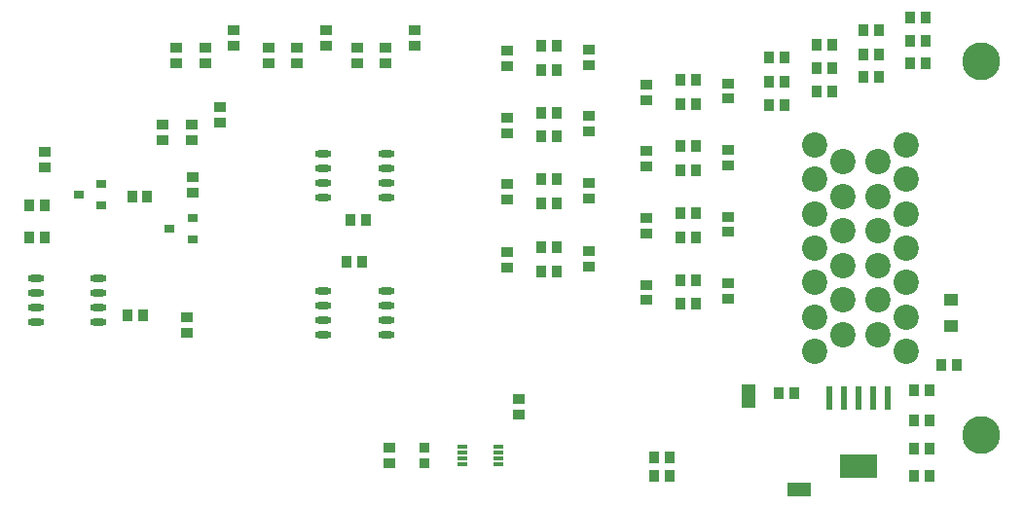
<source format=gbr>
%TF.GenerationSoftware,Altium Limited,Altium Designer,19.0.10 (269)*%
G04 Layer_Color=255*
%FSLAX26Y26*%
%MOIN*%
%TF.FileFunction,Pads,Bot*%
%TF.Part,Single*%
G01*
G75*
%TA.AperFunction,SMDPad,CuDef*%
%ADD10R,0.039370X0.035433*%
%ADD11R,0.037402X0.033465*%
%ADD15O,0.057087X0.023622*%
%ADD16R,0.035433X0.039370*%
%ADD17R,0.035433X0.031496*%
%ADD19R,0.051181X0.043307*%
%ADD21R,0.080709X0.045276*%
%ADD22R,0.045276X0.080709*%
%ADD25R,0.023622X0.082677*%
%ADD26R,0.125984X0.082677*%
%TA.AperFunction,ComponentPad*%
%ADD34C,0.129921*%
%ADD35C,0.086614*%
%TA.AperFunction,SMDPad,CuDef*%
%ADD37R,0.035433X0.011811*%
D10*
X1157480Y1118393D02*
D03*
Y1065244D02*
D03*
X1832677Y191437D02*
D03*
Y138287D02*
D03*
X652559Y1205709D02*
D03*
Y1152559D02*
D03*
X1200787Y1562008D02*
D03*
Y1508858D02*
D03*
X1153543Y1298228D02*
D03*
Y1245079D02*
D03*
X1515748Y1562008D02*
D03*
Y1508858D02*
D03*
X1818898Y1562008D02*
D03*
Y1508858D02*
D03*
X1299213Y1621063D02*
D03*
Y1567913D02*
D03*
X1251968Y1357284D02*
D03*
Y1304134D02*
D03*
X1614173Y1621063D02*
D03*
Y1567913D02*
D03*
X1917323Y1621063D02*
D03*
Y1567913D02*
D03*
X1102362Y1508858D02*
D03*
Y1562008D02*
D03*
X1055118Y1245079D02*
D03*
Y1298228D02*
D03*
X1417323Y1508858D02*
D03*
Y1562008D02*
D03*
X1720472Y1508858D02*
D03*
Y1562008D02*
D03*
X1139764Y583719D02*
D03*
Y636869D02*
D03*
X2711614Y1382874D02*
D03*
Y1436024D02*
D03*
X2991142Y1386811D02*
D03*
Y1439961D02*
D03*
X2711614Y696850D02*
D03*
Y750000D02*
D03*
X2991142Y700787D02*
D03*
Y753937D02*
D03*
X2712598Y1154527D02*
D03*
Y1207677D02*
D03*
X2992126Y1158465D02*
D03*
Y1211614D02*
D03*
X2236220Y807087D02*
D03*
Y860236D02*
D03*
X2515748Y811024D02*
D03*
Y864173D02*
D03*
X2236220Y1499016D02*
D03*
Y1552165D02*
D03*
X2515748Y1502953D02*
D03*
Y1556102D02*
D03*
X2236220Y1269685D02*
D03*
Y1322835D02*
D03*
X2515748Y1273622D02*
D03*
Y1326772D02*
D03*
X2711614Y926181D02*
D03*
Y979331D02*
D03*
X2991142Y930118D02*
D03*
Y983268D02*
D03*
X2236220Y1042323D02*
D03*
Y1095472D02*
D03*
X2515748Y1046260D02*
D03*
Y1099409D02*
D03*
X2275591Y359252D02*
D03*
Y306102D02*
D03*
D11*
X1951772Y139272D02*
D03*
Y190453D02*
D03*
D15*
X1605315Y1047047D02*
D03*
Y1097047D02*
D03*
Y1147047D02*
D03*
Y1197047D02*
D03*
X1819882Y1047047D02*
D03*
Y1097047D02*
D03*
Y1147047D02*
D03*
Y1197047D02*
D03*
X621063Y621850D02*
D03*
Y671850D02*
D03*
Y721850D02*
D03*
Y771850D02*
D03*
X835630Y621850D02*
D03*
Y671850D02*
D03*
Y721850D02*
D03*
Y771850D02*
D03*
X1605315Y578543D02*
D03*
Y628543D02*
D03*
Y678543D02*
D03*
Y728543D02*
D03*
X1819882Y578543D02*
D03*
Y628543D02*
D03*
Y678543D02*
D03*
Y728543D02*
D03*
D16*
X1696850Y970351D02*
D03*
X1750000D02*
D03*
X1686024Y826771D02*
D03*
X1739173D02*
D03*
X1002953Y1051181D02*
D03*
X949803D02*
D03*
X599409Y1022431D02*
D03*
X652559D02*
D03*
X599409Y913186D02*
D03*
X652559D02*
D03*
X933387Y645669D02*
D03*
X986536D02*
D03*
X3774606Y476378D02*
D03*
X3721457D02*
D03*
X3296260Y1413386D02*
D03*
X3349409D02*
D03*
X3296260Y1570866D02*
D03*
X3349409D02*
D03*
X3296260Y1492126D02*
D03*
X3349409D02*
D03*
X3131890Y1366142D02*
D03*
X3185039D02*
D03*
X3185695Y1527559D02*
D03*
X3132546D02*
D03*
Y1444882D02*
D03*
X3185695D02*
D03*
X3506890Y1622047D02*
D03*
X3453740D02*
D03*
Y1460630D02*
D03*
X3506890D02*
D03*
X3453740Y1539370D02*
D03*
X3506890D02*
D03*
X2879921Y1452756D02*
D03*
X2826772D02*
D03*
Y1370079D02*
D03*
X2879921D02*
D03*
Y766732D02*
D03*
X2826772D02*
D03*
Y684055D02*
D03*
X2879921D02*
D03*
X2880905Y1224409D02*
D03*
X2827756D02*
D03*
Y1141732D02*
D03*
X2880905D02*
D03*
X2404528Y876968D02*
D03*
X2351378D02*
D03*
Y794291D02*
D03*
X2404528D02*
D03*
Y1568898D02*
D03*
X2351378D02*
D03*
Y1486220D02*
D03*
X2404528D02*
D03*
Y1339567D02*
D03*
X2351378D02*
D03*
Y1256890D02*
D03*
X2404528D02*
D03*
X2879921Y996063D02*
D03*
X2826772D02*
D03*
Y913386D02*
D03*
X2879921D02*
D03*
X3616141Y1665354D02*
D03*
X3669291D02*
D03*
X3616141Y1507874D02*
D03*
X3669291D02*
D03*
X3616141Y1586614D02*
D03*
X3669291D02*
D03*
X2404528Y1112205D02*
D03*
X2351378D02*
D03*
Y1029527D02*
D03*
X2404528D02*
D03*
X3626968Y389764D02*
D03*
X3680118D02*
D03*
X3626968Y94488D02*
D03*
X3680118D02*
D03*
X3626968Y188976D02*
D03*
X3680118D02*
D03*
X3626968Y283465D02*
D03*
X3680118D02*
D03*
X3166339Y377953D02*
D03*
X3219488D02*
D03*
X2737205Y94488D02*
D03*
X2790354D02*
D03*
X2737205Y157480D02*
D03*
X2790354D02*
D03*
D17*
X767716Y1059055D02*
D03*
X846457Y1021654D02*
D03*
Y1096457D02*
D03*
X1078740Y940945D02*
D03*
X1157480Y903543D02*
D03*
Y978346D02*
D03*
D19*
X3755905Y698819D02*
D03*
Y608268D02*
D03*
D21*
X3235236Y49213D02*
D03*
D22*
X3061024Y370079D02*
D03*
D25*
X3337008Y361221D02*
D03*
X3387008D02*
D03*
X3437008D02*
D03*
X3487008D02*
D03*
X3537008D02*
D03*
D26*
X3437008Y126969D02*
D03*
D34*
X3858268Y235236D02*
D03*
Y1514764D02*
D03*
D35*
X3287402Y1229331D02*
D03*
Y1111220D02*
D03*
Y993110D02*
D03*
Y875000D02*
D03*
Y756890D02*
D03*
Y638779D02*
D03*
Y520669D02*
D03*
X3385827Y1170276D02*
D03*
Y1052165D02*
D03*
Y934055D02*
D03*
Y815945D02*
D03*
Y697835D02*
D03*
Y579724D02*
D03*
X3503937Y1170276D02*
D03*
Y1052165D02*
D03*
Y934055D02*
D03*
Y815945D02*
D03*
Y697835D02*
D03*
Y579724D02*
D03*
X3602362Y1229331D02*
D03*
Y1111220D02*
D03*
Y993110D02*
D03*
Y875000D02*
D03*
Y756890D02*
D03*
Y638779D02*
D03*
Y520669D02*
D03*
D37*
X2081693Y134843D02*
D03*
Y154528D02*
D03*
Y174213D02*
D03*
Y193898D02*
D03*
X2203740Y134843D02*
D03*
Y154528D02*
D03*
Y174213D02*
D03*
Y193898D02*
D03*
%TF.MD5,3cec33edb8e09612f124a28eac86192f*%
M02*

</source>
